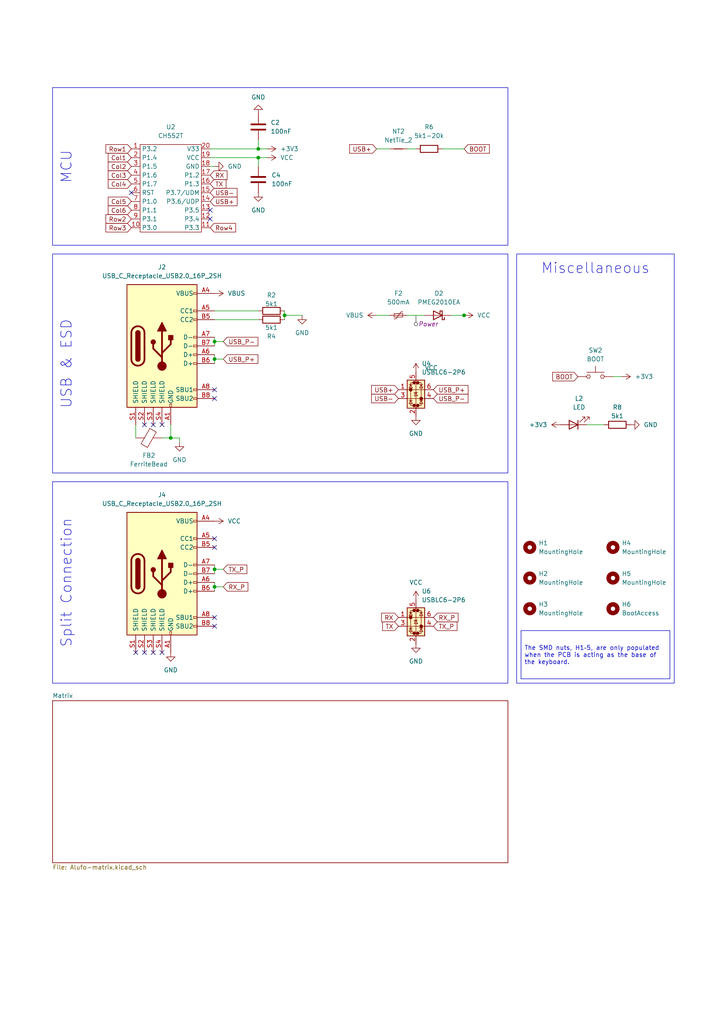
<source format=kicad_sch>
(kicad_sch (version 20231120) (generator "eeschema") (generator_version "8.0")
  (paper "A4" portrait)
  (title_block (title "Alufo ") (rev "0.1") (company "bgkendall") (comment 1 "Split one-layer reversible keyboard PCB (righthand side)"))
  (lib_symbols
    (symbol "Device:C" (pin_numbers hide) (pin_names (offset 0.254))
      (property "Reference" "C" (at 0.635 2.54 0))
      (property "Value" "C" (at 0.635 -2.54 0))
      (symbol "C_0_1"
        (polyline (pts (xy -2.032 -0.762) (xy 2.032 -0.762)) (stroke (width 0.508)))
        (polyline (pts (xy -2.032 0.762) (xy 2.032 0.762)) (stroke (width 0.508)))
      )
      (symbol "C_1_1"
        (pin passive line (at 0 3.81 270) (length 2.794) (name "~") (number "1"))
        (pin passive line (at 0 -3.81 90) (length 2.794) (name "~") (number "2"))
      )
    )
    (symbol "Device:D_Schottky" (pin_numbers hide) (pin_names (offset 1.016) hide)
      (property "Reference" "D" (at 0 2.54 0))
      (property "Value" "D_Schottky" (at 0 -2.54 0))
      (symbol "D_Schottky_0_1"
        (polyline (pts (xy 1.27 0) (xy -1.27 0)))
        (polyline (pts (xy 1.27 1.27) (xy 1.27 -1.27) (xy -1.27 0) (xy 1.27 1.27)) (stroke (width 0.254)))
        (polyline (pts (xy -1.905 0.635) (xy -1.905 1.27) (xy -1.27 1.27) (xy -1.27 -1.27) (xy -0.635 -1.27) (xy -0.635 -0.635)) (stroke (width 0.254)))
      )
      (symbol "D_Schottky_1_1"
        (pin passive line (at -3.81 0 0) (length 2.54) (name "K") (number "1"))
        (pin passive line (at 3.81 0 180) (length 2.54) (name "A") (number "2"))
      )
    )
    (symbol "Device:FerriteBead" (pin_numbers hide) (pin_names (offset 0))
      (property "Reference" "FB" (at -3.81 0.635 90))
      (property "Value" "FerriteBead" (at 3.81 0 90))
      (symbol "FerriteBead_0_1"
        (polyline (pts (xy 0 -1.27) (xy 0 -1.2192)))
        (polyline (pts (xy 0 1.27) (xy 0 1.2954)))
        (polyline (pts (xy -2.7686 0.4064) (xy -1.7018 2.2606) (xy 2.7686 -0.3048) (xy 1.6764 -2.159) (xy -2.7686 0.4064)))
      )
      (symbol "FerriteBead_1_1"
        (pin passive line (at 0 3.81 270) (length 2.54) (name "~") (number "1"))
        (pin passive line (at 0 -3.81 90) (length 2.54) (name "~") (number "2"))
      )
    )
    (symbol "Device:LED" (pin_numbers hide) (pin_names (offset 1.016) hide)
      (property "Reference" "D" (at 0 2.54 0))
      (property "Value" "LED" (at 0 -2.54 0))
      (symbol "LED_0_1"
        (polyline (pts (xy -1.27 -1.27) (xy -1.27 1.27)) (stroke (width 0.254)))
        (polyline (pts (xy -1.27 0) (xy 1.27 0)))
        (polyline (pts (xy 1.27 -1.27) (xy 1.27 1.27) (xy -1.27 0) (xy 1.27 -1.27)) (stroke (width 0.254)))
        (polyline (pts (xy -3.048 -0.762) (xy -4.572 -2.286) (xy -3.81 -2.286) (xy -4.572 -2.286) (xy -4.572 -1.524)))
        (polyline (pts (xy -1.778 -0.762) (xy -3.302 -2.286) (xy -2.54 -2.286) (xy -3.302 -2.286) (xy -3.302 -1.524)))
      )
      (symbol "LED_1_1"
        (pin passive line (at -3.81 0 0) (length 2.54) (name "K") (number "1"))
        (pin passive line (at 3.81 0 180) (length 2.54) (name "A") (number "2"))
      )
    )
    (symbol "Device:NetTie_2" (pin_numbers hide) (pin_names (offset 0) hide) (in_bom no)
      (property "Reference" "NT" (at 0 1.27 0))
      (property "Value" "NetTie_2" (at 0 -1.27 0))
      (symbol "NetTie_2_0_1"
        (polyline (pts (xy -1.27 0) (xy 1.27 0)) (stroke (width 0.254)))
      )
      (symbol "NetTie_2_1_1"
        (pin passive line (at -2.54 0 0) (length 2.54) (name "1") (number "1"))
        (pin passive line (at 2.54 0 180) (length 2.54) (name "2") (number "2"))
      )
    )
    (symbol "Device:Polyfuse_Small" (pin_numbers hide) (pin_names (offset 0))
      (property "Reference" "F" (at -1.905 0 90))
      (property "Value" "Polyfuse_Small" (at 1.905 0 90))
      (symbol "Polyfuse_Small_0_1"
        (rectangle (start -0.508 1.27) (end 0.508 -1.27))
        (polyline (pts (xy 0 2.54) (xy 0 -2.54)))
        (polyline (pts (xy -1.016 1.27) (xy -1.016 0.762) (xy 1.016 -0.762) (xy 1.016 -1.27)))
      )
      (symbol "Polyfuse_Small_1_1"
        (pin passive line (at 0 2.54 270) (length 0.635) (name "~") (number "1"))
        (pin passive line (at 0 -2.54 90) (length 0.635) (name "~") (number "2"))
      )
    )
    (symbol "Device:R" (pin_numbers hide) (pin_names (offset 0))
      (property "Reference" "R" (at 2.032 0 90))
      (property "Value" "R" (at 0 0 90))
      (symbol "R_0_1"
        (rectangle (start -1.016 -2.54) (end 1.016 2.54) (stroke (width 0.254)))
      )
      (symbol "R_1_1"
        (pin passive line (at 0 3.81 270) (length 1.27) (name "~") (number "1"))
        (pin passive line (at 0 -3.81 90) (length 1.27) (name "~") (number "2"))
      )
    )
    (symbol "Mechanical:MountingHole" (pin_names (offset 1.016)) (exclude_from_sim yes) (in_bom no)
      (property "Reference" "H" (at 0 5.08 0))
      (property "Value" "MountingHole" (at 0 3.175 0))
      (symbol "MountingHole_0_1"
        (circle (center 0 0) (radius 1.27) (stroke (width 1.27)))
      )
    )
    (symbol "Power_Protection:USBLC6-2P6" (pin_names hide)
      (property "Reference" "U" (at 0.635 5.715 0))
      (property "Value" "USBLC6-2P6" (at 0.635 3.81 0))
      (symbol "USBLC6-2P6_0_0"
        (circle (center -1.524 0) (radius 0.0001) (stroke (width 0.508)))
        (circle (center -0.508 -4.572) (radius 0.0001) (stroke (width 0.508)))
        (circle (center -0.508 2.032) (radius 0.0001) (stroke (width 0.508)))
        (circle (center 0.508 -4.572) (radius 0.0001) (stroke (width 0.508)))
        (circle (center 0.508 2.032) (radius 0.0001) (stroke (width 0.508)))
        (circle (center 1.524 -2.54) (radius 0.0001) (stroke (width 0.508)))
      )
      (symbol "USBLC6-2P6_0_1"
        (polyline (pts (xy -2.54 -2.54) (xy 2.54 -2.54)))
        (polyline (pts (xy -2.54 0) (xy 2.54 0)))
        (polyline (pts (xy -2.032 -3.048) (xy -1.016 -3.048)))
        (polyline (pts (xy -1.016 1.524) (xy -2.032 1.524)))
        (polyline (pts (xy 1.016 -3.048) (xy 2.032 -3.048)))
        (polyline (pts (xy 1.016 1.524) (xy 2.032 1.524)))
        (polyline (pts (xy -0.508 -1.143) (xy -0.508 -0.762) (xy 0.508 -0.762)))
        (polyline (pts (xy -2.032 0.508) (xy -1.016 0.508) (xy -1.524 1.524) (xy -2.032 0.508)))
        (polyline (pts (xy -1.016 -4.064) (xy -2.032 -4.064) (xy -1.524 -3.048) (xy -1.016 -4.064)))
        (polyline (pts (xy 0.508 -1.778) (xy -0.508 -1.778) (xy 0 -0.762) (xy 0.508 -1.778)))
        (polyline (pts (xy 2.032 -4.064) (xy 1.016 -4.064) (xy 1.524 -3.048) (xy 2.032 -4.064)))
        (polyline (pts (xy 2.032 0.508) (xy 1.016 0.508) (xy 1.524 1.524) (xy 2.032 0.508)))
        (polyline (pts (xy 0 2.54) (xy -0.508 2.032) (xy 0.508 2.032) (xy 0 1.524) (xy 0 -4.064) (xy -0.508 -4.572) (xy 0.508 -4.572) (xy 0 -5.08)))
      )
      (symbol "USBLC6-2P6_1_1"
        (rectangle (start -2.54 2.794) (end 2.54 -5.334) (stroke (width 0.254)) (fill (type background)))
        (polyline (pts (xy -0.508 2.032) (xy -1.524 2.032) (xy -1.524 -4.572) (xy -0.508 -4.572)))
        (polyline (pts (xy 0.508 -4.572) (xy 1.524 -4.572) (xy 1.524 2.032) (xy 0.508 2.032)))
        (pin passive line (at -5.08 0 0) (length 2.54) (name "I/O1") (number "1"))
        (pin passive line (at 0 -7.62 90) (length 2.54) (name "GND") (number "2"))
        (pin passive line (at -5.08 -2.54 0) (length 2.54) (name "I/O2") (number "3"))
        (pin passive line (at 5.08 -2.54 180) (length 2.54) (name "I/O2") (number "4"))
        (pin passive line (at 0 5.08 270) (length 2.54) (name "VBUS") (number "5"))
        (pin passive line (at 5.08 0 180) (length 2.54) (name "I/O1") (number "6"))
      )
    )
    (symbol "Project Library:MCU_CH552T_TSSOP-20"
      (property "Reference" "U1" (at 0.254 13.97 0))
      (property "Value" "CH552T" (at 0.254 11.43 0))
      (symbol "MCU_CH552T_TSSOP-20_0_1"
        (rectangle (start -8.89 10.16) (end 8.89 -15.24))
      )
      (symbol "MCU_CH552T_TSSOP-20_1_1"
        (pin input line (at -11.43 8.89 0) (length 2.54) (name "P3.2") (number "1"))
        (pin input line (at -11.43 -13.97 0) (length 2.54) (name "P3.0") (number "10"))
        (pin input line (at 11.43 -13.97 180) (length 2.54) (name "P3.3") (number "11"))
        (pin input line (at 11.43 -11.43 180) (length 2.54) (name "P3.4") (number "12"))
        (pin input line (at 11.43 -8.89 180) (length 2.54) (name "P3.5") (number "13"))
        (pin input line (at 11.43 -6.35 180) (length 2.54) (name "P3.6/UDP") (number "14"))
        (pin input line (at 11.43 -3.81 180) (length 2.54) (name "P3.7/UDM") (number "15"))
        (pin input line (at 11.43 -1.27 180) (length 2.54) (name "P1.3") (number "16"))
        (pin input line (at 11.43 1.27 180) (length 2.54) (name "P1.2") (number "17"))
        (pin input line (at 11.43 3.81 180) (length 2.54) (name "GND") (number "18"))
        (pin input line (at 11.43 6.35 180) (length 2.54) (name "VCC") (number "19"))
        (pin input line (at -11.43 6.35 0) (length 2.54) (name "P1.4") (number "2"))
        (pin input line (at 11.43 8.89 180) (length 2.54) (name "V33") (number "20"))
        (pin input line (at -11.43 3.81 0) (length 2.54) (name "P1.5") (number "3"))
        (pin input line (at -11.43 1.27 0) (length 2.54) (name "P1.6") (number "4"))
        (pin input line (at -11.43 -1.27 0) (length 2.54) (name "P1.7") (number "5"))
        (pin input line (at -11.43 -3.81 0) (length 2.54) (name "RST") (number "6"))
        (pin input line (at -11.43 -6.35 0) (length 2.54) (name "P1.0") (number "7"))
        (pin input line (at -11.43 -8.89 0) (length 2.54) (name "P1.1") (number "8"))
        (pin input line (at -11.43 -11.43 0) (length 2.54) (name "P3.1") (number "9"))
      )
    )
    (symbol "Project Library:USB_C_Receptacle_USB2.0_16P_2SH" (pin_names (offset 1.016))
      (property "Reference" "J" (at 0 22.225 0))
      (property "Value" "USB_C_Receptacle_USB2.0_16P_2SH" (at 0 19.685 0))
      (symbol "USB_C_Receptacle_USB2.0_16P_2SH_0_0"
        (rectangle (start 2.286 -17.78) (end 2.794 -16.764))
        (rectangle (start 10.16 -14.986) (end 9.144 -15.494))
        (rectangle (start 10.16 -12.446) (end 9.144 -12.954))
        (rectangle (start 10.16 -4.826) (end 9.144 -5.334))
        (rectangle (start 10.16 -2.286) (end 9.144 -2.794))
        (rectangle (start 10.16 0.254) (end 9.144 -0.254))
        (rectangle (start 10.16 2.794) (end 9.144 2.286))
        (rectangle (start 10.16 7.874) (end 9.144 7.366))
        (rectangle (start 10.16 10.414) (end 9.144 9.906))
        (rectangle (start 10.16 15.494) (end 9.144 14.986))
      )
      (symbol "USB_C_Receptacle_USB2.0_16P_2SH_0_1"
        (rectangle (start -10.16 17.78) (end 10.16 -17.78) (stroke (width 0.254)) (fill (type background)))
        (arc (start -8.89 -3.81) (mid -6.985 -5.7067) (end -5.08 -3.81) (stroke (width 0.508)))
        (arc (start -7.62 -3.81) (mid -6.985 -4.4423) (end -6.35 -3.81) (stroke (width 0.254)))
        (arc (start -7.62 -3.81) (mid -6.985 -4.4423) (end -6.35 -3.81) (stroke (width 0.254)) (fill (type outline)))
        (rectangle (start -7.62 -3.81) (end -6.35 3.81) (stroke (width 0.254)) (fill (type outline)))
        (arc (start -6.35 3.81) (mid -6.985 4.4423) (end -7.62 3.81) (stroke (width 0.254)))
        (arc (start -6.35 3.81) (mid -6.985 4.4423) (end -7.62 3.81) (stroke (width 0.254)) (fill (type outline)))
        (arc (start -5.08 3.81) (mid -6.985 5.7067) (end -8.89 3.81) (stroke (width 0.508)))
        (circle (center -2.54 1.143) (radius 0.635) (stroke (width 0.254)) (fill (type outline)))
        (circle (center 0 -5.842) (radius 1.27) (fill (type outline)))
        (polyline (pts (xy -8.89 -3.81) (xy -8.89 3.81)) (stroke (width 0.508)))
        (polyline (pts (xy -5.08 3.81) (xy -5.08 -3.81)) (stroke (width 0.508)))
        (polyline (pts (xy 0 -5.842) (xy 0 4.318)) (stroke (width 0.508)))
        (polyline (pts (xy 0 -3.302) (xy -2.54 -0.762) (xy -2.54 0.508)) (stroke (width 0.508)))
        (polyline (pts (xy 0 -2.032) (xy 2.54 0.508) (xy 2.54 1.778)) (stroke (width 0.508)))
        (polyline (pts (xy -1.27 4.318) (xy 0 6.858) (xy 1.27 4.318) (xy -1.27 4.318)) (stroke (width 0.254)) (fill (type outline)))
        (rectangle (start 1.905 1.778) (end 3.175 3.048) (stroke (width 0.254)) (fill (type outline)))
      )
      (symbol "USB_C_Receptacle_USB2.0_16P_2SH_1_1"
        (pin passive line (at 2.54 -22.86 90) (length 5.08) (name "GND") (number "A1"))
        (pin passive line (at 2.54 -22.86 90) (length 5.08) hide (name "GND") (number "A12"))
        (pin passive line (at 15.24 15.24 180) (length 5.08) (name "VBUS") (number "A4"))
        (pin bidirectional line (at 15.24 10.16 180) (length 5.08) (name "CC1") (number "A5"))
        (pin bidirectional line (at 15.24 -2.54 180) (length 5.08) (name "D+") (number "A6"))
        (pin bidirectional line (at 15.24 2.54 180) (length 5.08) (name "D-") (number "A7"))
        (pin bidirectional line (at 15.24 -12.7 180) (length 5.08) (name "SBU1") (number "A8"))
        (pin passive line (at 15.24 15.24 180) (length 5.08) hide (name "VBUS") (number "A9"))
        (pin passive line (at 2.54 -22.86 90) (length 5.08) hide (name "GND") (number "B1"))
        (pin passive line (at 2.54 -22.86 90) (length 5.08) hide (name "GND") (number "B12"))
        (pin passive line (at 15.24 15.24 180) (length 5.08) hide (name "VBUS") (number "B4"))
        (pin bidirectional line (at 15.24 7.62 180) (length 5.08) (name "CC2") (number "B5"))
        (pin bidirectional line (at 15.24 -5.08 180) (length 5.08) (name "D+") (number "B6"))
        (pin bidirectional line (at 15.24 0 180) (length 5.08) (name "D-") (number "B7"))
        (pin bidirectional line (at 15.24 -15.24 180) (length 5.08) (name "SBU2") (number "B8"))
        (pin passive line (at 15.24 15.24 180) (length 5.08) hide (name "VBUS") (number "B9"))
        (pin passive line (at -7.62 -22.86 90) (length 5.08) (name "SHIELD") (number "S1"))
        (pin passive line (at -5.08 -22.86 90) (length 5.08) (name "SHIELD") (number "S2"))
        (pin passive line (at -2.54 -22.86 90) (length 5.08) (name "SHIELD") (number "S3"))
        (pin passive line (at 0 -22.86 90) (length 5.08) (name "SHIELD") (number "S4"))
      )
    )
    (symbol "Switch:SW_Push" (pin_numbers hide) (pin_names (offset 1.016) hide)
      (property "Reference" "SW" (at 1.27 2.54 0))
      (property "Value" "SW_Push" (at 0 -1.524 0))
      (symbol "SW_Push_0_1"
        (circle (center -2.032 0) (radius 0.508))
        (polyline (pts (xy 0 1.27) (xy 0 3.048)))
        (polyline (pts (xy 2.54 1.27) (xy -2.54 1.27)))
        (circle (center 2.032 0) (radius 0.508))
        (pin passive line (at -5.08 0 0) (length 2.54) (name "1") (number "1"))
        (pin passive line (at 5.08 0 180) (length 2.54) (name "2") (number "2"))
      )
    )
    (symbol "power:+3V3" (power) (pin_names (offset 0))
      (property "Value" "+3V3" (at 0 3.556 0))
      (symbol "+3V3_0_1"
        (polyline (pts (xy -0.762 1.27) (xy 0 2.54)))
        (polyline (pts (xy 0 0) (xy 0 2.54)))
        (polyline (pts (xy 0 2.54) (xy 0.762 1.27)))
      )
      (symbol "+3V3_1_1"
        (pin power_in line (at 0 0 90) (length 0) hide (name "+3V3") (number "1"))
      )
    )
    (symbol "power:GND" (power) (pin_numbers hide) (pin_names (offset 0) hide)
      (property "Value" "GND" (at 0 -3.81 0))
      (symbol "GND_0_1"
        (polyline (pts (xy 0 0) (xy 0 -1.27) (xy 1.27 -1.27) (xy 0 -2.54) (xy -1.27 -1.27) (xy 0 -1.27)))
      )
      (symbol "GND_1_1"
        (pin power_in line (at 0 0 270) (length 0) (name "~") (number "1"))
      )
    )
    (symbol "power:VBUS" (power) (pin_names (offset 0))
      (property "Value" "VBUS" (at 0 3.81 0))
      (symbol "VBUS_0_1"
        (polyline (pts (xy -0.762 1.27) (xy 0 2.54)))
        (polyline (pts (xy 0 0) (xy 0 2.54)))
        (polyline (pts (xy 0 2.54) (xy 0.762 1.27)))
      )
      (symbol "VBUS_1_1"
        (pin power_in line (at 0 0 90) (length 0) hide (name "VBUS") (number "1"))
      )
    )
    (symbol "power:VCC" (power) (pin_names (offset 0))
      (property "Value" "VCC" (at 0 3.81 0))
      (symbol "VCC_0_1"
        (polyline (pts (xy -0.762 1.27) (xy 0 2.54)))
        (polyline (pts (xy 0 0) (xy 0 2.54)))
        (polyline (pts (xy 0 2.54) (xy 0.762 1.27)))
      )
      (symbol "VCC_1_1"
        (pin power_in line (at 0 0 90) (length 0) hide (name "VCC") (number "1"))
      )
    )
  )
  (junction (at 49.53 127))
  (junction (at 62.23 170.18))
  (junction (at 134.62 91.44))
  (junction (at 74.93 45.72))
  (junction (at 62.23 104.14))
  (junction (at 74.93 43.18))
  (junction (at 82.55 91.44))
  (junction (at 62.23 165.1))
  (junction (at 62.23 99.06))
  (no_connect (at 60.96 60.96))
  (no_connect (at 44.45 189.23))
  (no_connect (at 39.37 189.23))
  (no_connect (at 46.99 123.19))
  (no_connect (at 41.91 189.23))
  (no_connect (at 62.23 181.61))
  (no_connect (at 62.23 158.75))
  (no_connect (at 38.1 55.88))
  (no_connect (at 46.99 189.23))
  (no_connect (at 60.96 63.5))
  (no_connect (at 62.23 156.21))
  (no_connect (at 41.91 123.19))
  (no_connect (at 62.23 115.57))
  (no_connect (at 62.23 179.07))
  (no_connect (at 62.23 113.03))
  (no_connect (at 44.45 123.19))
  (wire (pts (xy 74.93 45.72) (xy 77.47 45.72)))
  (wire (pts (xy 74.93 92.71) (xy 62.23 92.71)))
  (wire (pts (xy 62.23 170.18) (xy 62.23 171.45)))
  (wire (pts (xy 62.23 163.83) (xy 62.23 165.1)))
  (wire (pts (xy 64.77 170.18) (xy 62.23 170.18)))
  (wire (pts (xy 87.63 91.44) (xy 82.55 91.44)))
  (wire (pts (xy 52.07 127) (xy 49.53 127)))
  (wire (pts (xy 118.11 91.44) (xy 123.19 91.44)))
  (wire (pts (xy 180.34 109.22) (xy 177.8 109.22)))
  (wire (pts (xy 60.96 45.72) (xy 74.93 45.72)))
  (wire (pts (xy 39.37 127) (xy 39.37 123.19)))
  (wire (pts (xy 134.62 43.18) (xy 128.27 43.18)))
  (wire (pts (xy 82.55 91.44) (xy 82.55 92.71)))
  (wire (pts (xy 60.96 48.26) (xy 62.23 48.26)))
  (wire (pts (xy 74.93 43.18) (xy 77.47 43.18)))
  (wire (pts (xy 64.77 99.06) (xy 62.23 99.06)))
  (wire (pts (xy 49.53 127) (xy 46.99 127)))
  (wire (pts (xy 109.22 43.18) (xy 113.03 43.18)))
  (wire (pts (xy 62.23 168.91) (xy 62.23 170.18)))
  (wire (pts (xy 74.93 48.26) (xy 74.93 45.72)))
  (wire (pts (xy 74.93 40.64) (xy 74.93 43.18)))
  (wire (pts (xy 60.96 43.18) (xy 74.93 43.18)))
  (wire (pts (xy 170.18 123.19) (xy 175.26 123.19)))
  (wire (pts (xy 62.23 102.87) (xy 62.23 104.14)))
  (wire (pts (xy 74.93 90.17) (xy 62.23 90.17)))
  (wire (pts (xy 64.77 104.14) (xy 62.23 104.14)))
  (wire (pts (xy 130.81 91.44) (xy 134.62 91.44)))
  (wire (pts (xy 118.11 43.18) (xy 120.65 43.18)))
  (wire (pts (xy 62.23 104.14) (xy 62.23 105.41)))
  (wire (pts (xy 52.07 127) (xy 52.07 128.27)))
  (wire (pts (xy 62.23 99.06) (xy 62.23 100.33)))
  (wire (pts (xy 109.22 91.44) (xy 113.03 91.44)))
  (wire (pts (xy 62.23 97.79) (xy 62.23 99.06)))
  (wire (pts (xy 62.23 165.1) (xy 62.23 166.37)))
  (wire (pts (xy 49.53 123.19) (xy 49.53 127)))
  (wire (pts (xy 134.62 91.44) (xy 135.128 91.44)))
  (wire (pts (xy 82.55 90.17) (xy 82.55 91.44)))
  (wire (pts (xy 64.77 165.1) (xy 62.23 165.1)))
  (text_box "MCU" (at 15.24 25.4 90) (size 132.08 45.72) (effects (font (size 3 3)) (justify top)))
  (text_box "Miscellaneous" (at 149.86 73.66 0) (size 45.72 124.46) (effects (font (size 3 3)) (justify top)))
  (text_box "Split Connection" (at 15.24 139.7 90) (size 132.08 58.42) (effects (font (size 3 3)) (justify top)))
  (text_box "USB & ESD" (at 15.24 73.66 90) (size 132.08 63.5) (effects (font (size 3 3)) (justify top)))
  (text_box "The SMD nuts, H1–5, are only populated when the PCB is acting as the base of the keyboard." (at 151.13 182.88 0) (size 43.18 13.97) (effects (font (size 1.27 1.27)) (justify left)))
  (global_label "USB-" (shape input) (at 60.96 55.88 0) (property "Intersheetrefs" "${INTERSHEET_REFS}" (effects (hide yes))))
  (global_label "RX_P" (shape input) (at 125.73 179.07 0) (property "Intersheetrefs" "${INTERSHEET_REFS}" (effects (hide yes))))
  (global_label "BOOT" (shape input) (at 134.62 43.18 0) (property "Intersheetrefs" "${INTERSHEET_REFS}" (effects (hide yes))))
  (global_label "TX" (shape input) (at 60.96 53.34 0) (property "Intersheetrefs" "${INTERSHEET_REFS}" (effects (hide yes))))
  (global_label "RX" (shape input) (at 115.57 179.07 180) (property "Intersheetrefs" "${INTERSHEET_REFS}" (effects (hide yes))))
  (global_label "TX_P" (shape input) (at 125.73 181.61 0) (property "Intersheetrefs" "${INTERSHEET_REFS}" (effects (hide yes))))
  (global_label "USB_P-" (shape input) (at 64.77 99.06 0) (property "Intersheetrefs" "${INTERSHEET_REFS}" (effects (hide yes))))
  (global_label "Col3" (shape input) (at 38.1 50.8 180) (property "Intersheetrefs" "${INTERSHEET_REFS}" (effects (hide yes))))
  (global_label "USB_P-" (shape input) (at 125.73 115.57 0) (property "Intersheetrefs" "${INTERSHEET_REFS}" (effects (hide yes))))
  (global_label "USB_P+" (shape input) (at 125.73 113.03 0) (property "Intersheetrefs" "${INTERSHEET_REFS}" (effects (hide yes))))
  (global_label "USB+" (shape input) (at 60.96 58.42 0) (property "Intersheetrefs" "${INTERSHEET_REFS}" (effects (hide yes))))
  (global_label "Col4" (shape input) (at 38.1 53.34 180) (property "Intersheetrefs" "${INTERSHEET_REFS}" (effects (hide yes))))
  (global_label "Row4" (shape input) (at 60.96 66.04 0) (property "Intersheetrefs" "${INTERSHEET_REFS}" (effects (hide yes))))
  (global_label "Col6" (shape input) (at 38.1 60.96 180) (property "Intersheetrefs" "${INTERSHEET_REFS}" (effects (hide yes))))
  (global_label "USB+" (shape input) (at 109.22 43.18 180) (property "Intersheetrefs" "${INTERSHEET_REFS}" (effects (hide yes))))
  (global_label "USB_P+" (shape input) (at 64.77 104.14 0) (property "Intersheetrefs" "${INTERSHEET_REFS}" (effects (hide yes))))
  (global_label "Row2" (shape input) (at 38.1 63.5 180) (property "Intersheetrefs" "${INTERSHEET_REFS}" (effects (hide yes))))
  (global_label "Row3" (shape input) (at 38.1 66.04 180) (property "Intersheetrefs" "${INTERSHEET_REFS}" (effects (hide yes))))
  (global_label "USB+" (shape input) (at 115.57 113.03 180) (property "Intersheetrefs" "${INTERSHEET_REFS}" (effects (hide yes))))
  (global_label "Col2" (shape input) (at 38.1 48.26 180) (property "Intersheetrefs" "${INTERSHEET_REFS}" (effects (hide yes))))
  (global_label "RX_P" (shape input) (at 64.77 170.18 0) (property "Intersheetrefs" "${INTERSHEET_REFS}" (effects (hide yes))))
  (global_label "USB-" (shape input) (at 115.57 115.57 180) (property "Intersheetrefs" "${INTERSHEET_REFS}" (effects (hide yes))))
  (global_label "TX_P" (shape input) (at 64.77 165.1 0) (property "Intersheetrefs" "${INTERSHEET_REFS}" (effects (hide yes))))
  (global_label "BOOT" (shape input) (at 167.64 109.22 180) (property "Intersheetrefs" "${INTERSHEET_REFS}" (effects (hide yes))))
  (global_label "Row1" (shape input) (at 38.1 43.18 180) (property "Intersheetrefs" "${INTERSHEET_REFS}" (effects (hide yes))))
  (global_label "Col1" (shape input) (at 38.1 45.72 180) (property "Intersheetrefs" "${INTERSHEET_REFS}" (effects (hide yes))))
  (global_label "RX" (shape input) (at 60.96 50.8 0) (property "Intersheetrefs" "${INTERSHEET_REFS}" (effects (hide yes))))
  (global_label "TX" (shape input) (at 115.57 181.61 180) (property "Intersheetrefs" "${INTERSHEET_REFS}" (effects (hide yes))))
  (global_label "Col5" (shape input) (at 38.1 58.42 180) (property "Intersheetrefs" "${INTERSHEET_REFS}" (effects (hide yes))))
  (netclass_flag "" (length 2.54) (shape round) (at 120.65 91.44 180) (property "Netclass" "Power" (at 121.3485 93.98 0) (effects (font (italic yes)) (justify left))))
  (symbol (lib_id "Project Library:USB_C_Receptacle_USB2.0_16P_2SH") (at 46.99 100.33 0) (unit 1)
    (property "Reference" "J2" (at 46.99 77.47 0))
    (property "Value" "USB_C_Receptacle_USB2.0_16P_2SH" (at 46.99 80.01 0))
    (property "Footprint" "Project Library:USB_C_Receptacle_HRO_TYPE-C-31-M-12" (effects (hide yes)))
    (property "Datasheet" "https://www.usb.org/sites/default/files/documents/usb_type-c.zip" (effects (hide yes)))
    (property "Description" "USB 2.0-only 16P Type-C Receptacle connector" (effects (hide yes)))
  )
  (symbol (lib_id "Project Library:USB_C_Receptacle_USB2.0_16P_2SH") (at 46.99 166.37 0) (unit 1)
    (property "Reference" "J4" (at 46.99 143.51 0))
    (property "Value" "USB_C_Receptacle_USB2.0_16P_2SH" (at 46.99 146.05 0))
    (property "Footprint" "Project Library:USB_C_Receptacle_HRO_TYPE-C-31-M-12" (effects (hide yes)))
    (property "Datasheet" "https://www.usb.org/sites/default/files/documents/usb_type-c.zip" (effects (hide yes)))
    (property "Description" "USB 2.0-only 16P Type-C Receptacle connector" (effects (hide yes)))
  )
  (symbol (lib_id "Power_Protection:USBLC6-2P6") (at 120.65 179.07 0) (unit 1)
    (property "Reference" "U6" (at 122.3011 171.45 0) (effects (justify left)))
    (property "Value" "USBLC6-2P6" (at 122.3011 173.99 0) (effects (justify left)))
    (property "Footprint" "Project Library:SOT-666_Mod" (effects (hide yes)))
    (property "Datasheet" "https://www.st.com/resource/en/datasheet/usblc6-2.pdf" (effects (hide yes)))
    (property "Description" "Very low capacitance ESD protection diode, 2 data-line, SOT-666" (effects (hide yes)))
  )
  (symbol (lib_id "Mechanical:MountingHole") (at 153.67 167.64 0) (unit 1) (exclude_from_sim yes) (in_bom no)
    (property "Reference" "H2" (at 156.21 166.3699 0) (effects (justify left)))
    (property "Value" "MountingHole" (at 156.21 168.9099 0) (effects (justify left)))
    (property "Footprint" "Project Library:MountingHole_2.2mm_M2_SMD_Solder_Nut" (effects (hide yes)))
    (property "Description" "Mounting Hole without connection" (effects (hide yes)))
  )
  (symbol (lib_id "Mechanical:MountingHole") (at 153.67 158.75 0) (unit 1) (exclude_from_sim yes) (in_bom no)
    (property "Reference" "H1" (at 156.21 157.4799 0) (effects (justify left)))
    (property "Value" "MountingHole" (at 156.21 160.0199 0) (effects (justify left)))
    (property "Footprint" "Project Library:MountingHole_2.2mm_M2_SMD_Solder_Nut" (effects (hide yes)))
    (property "Description" "Mounting Hole without connection" (effects (hide yes)))
  )
  (symbol (lib_id "Mechanical:MountingHole") (at 153.67 176.53 0) (unit 1) (exclude_from_sim yes) (in_bom no)
    (property "Reference" "H3" (at 156.21 175.2599 0) (effects (justify left)))
    (property "Value" "MountingHole" (at 156.21 177.7999 0) (effects (justify left)))
    (property "Footprint" "Project Library:MountingHole_2.2mm_M2_SMD_Solder_Nut" (effects (hide yes)))
    (property "Description" "Mounting Hole without connection" (effects (hide yes)))
  )
  (symbol (lib_id "Device:LED") (at 166.37 123.19 180) (unit 1)
    (property "Reference" "L2" (at 167.9575 115.57 0))
    (property "Value" "LED" (at 167.9575 118.11 0))
    (property "Footprint" "Project Library:LED_0805_2012Metric_Mod" (effects (hide yes)))
    (property "Description" "Light emitting diode" (effects (hide yes)))
  )
  (symbol (lib_id "Device:C") (at 74.93 36.83 180) (unit 1)
    (property "Reference" "C2" (at 78.486 35.56 0) (effects (justify right)))
    (property "Value" "100nF" (at 78.486 38.1 0) (effects (justify right)))
    (property "Footprint" "Capacitor_SMD:C_0603_1608Metric" (effects (hide yes)))
    (property "LCSC" "C66501" (effects (hide yes)))
    (property "DigiKey" "1276-1005" (effects (hide yes)))
  )
  (symbol (lib_id "power:GND") (at 74.93 55.88 0) (unit 1)
    (property "Reference" "#PWR030" (effects (hide yes)))
    (property "Value" "GND" (at 74.93 60.96 0))
  )
  (symbol (lib_id "power:GND") (at 120.65 186.69 0) (unit 1)
    (property "Reference" "#PWR032" (effects (hide yes)))
    (property "Value" "GND" (at 120.65 191.77 0))
    (property "Description" "Power symbol creates a global label with name \"GND\" , ground" (effects (hide yes)))
  )
  (symbol (lib_id "power:VCC") (at 134.62 91.44 270) (unit 1)
    (property "Reference" "#PWR035" (effects (hide yes)))
    (property "Value" "VCC" (at 138.43 91.4399 90) (effects (justify left)))
  )
  (symbol (lib_id "power:GND") (at 74.93 33.02 180) (unit 1)
    (property "Reference" "#PWR026" (effects (hide yes)))
    (property "Value" "GND" (at 74.93 28.194 0))
  )
  (symbol (lib_id "Mechanical:MountingHole") (at 177.8 176.53 0) (unit 1) (exclude_from_sim yes) (in_bom no)
    (property "Reference" "H6" (at 180.34 175.2599 0) (effects (justify left)))
    (property "Value" "BootAccess" (at 180.34 177.7999 0) (effects (justify left)))
    (property "Footprint" "MountingHole:MountingHole_2.5mm" (effects (hide yes)))
    (property "Description" "Mounting Hole without connection" (effects (hide yes)))
  )
  (symbol (lib_id "power:GND") (at 49.53 189.23 0) (unit 1)
    (property "Reference" "#PWR033" (effects (hide yes)))
    (property "Value" "GND" (at 49.53 194.31 0))
    (property "Description" "Power symbol creates a global label with name \"GND\" , ground" (effects (hide yes)))
  )
  (symbol (lib_id "Device:FerriteBead") (at 43.18 127 90) (unit 1)
    (property "Reference" "FB2" (at 43.18 132.08 90))
    (property "Value" "FerriteBead" (at 43.18 134.62 90))
    (property "Footprint" "Inductor_SMD:L_0805_2012Metric" (effects (hide yes)))
    (property "Description" "Ferrite bead" (effects (hide yes)))
  )
  (symbol (lib_id "Device:C") (at 74.93 52.07 0) (unit 1)
    (property "Reference" "C4" (at 78.74 50.7999 0) (effects (justify left)))
    (property "Value" "100nF" (at 78.74 53.3399 0) (effects (justify left)))
    (property "Footprint" "Capacitor_SMD:C_0603_1608Metric" (effects (hide yes)))
    (property "LCSC" "C66501" (effects (hide yes)))
    (property "DigiKey" "1276-1005" (effects (hide yes)))
  )
  (symbol (lib_id "power:GND") (at 62.23 48.26 90) (unit 1)
    (property "Reference" "#PWR029" (effects (hide yes)))
    (property "Value" "GND" (at 66.04 48.2599 90) (effects (justify right)))
    (property "Description" "Power symbol creates a global label with name \"GND\" , ground" (effects (hide yes)))
  )
  (symbol (lib_id "Device:R") (at 78.74 90.17 90) (unit 1)
    (property "Reference" "R2" (at 78.74 85.598 90))
    (property "Value" "5k1" (at 78.74 88.138 90))
    (property "Footprint" "Resistor_SMD:R_0603_1608Metric" (effects (hide yes)))
    (property "LCSC" "C23186" (effects (hide yes)))
    (property "DigiKey" "311-5.10KHR" (effects (hide yes)))
  )
  (symbol (lib_id "power:VCC") (at 120.65 173.99 0) (unit 1)
    (property "Reference" "#PWR031" (effects (hide yes)))
    (property "Value" "VCC" (at 120.65 168.91 0))
  )
  (symbol (lib_id "power:+3V3") (at 180.34 109.22 270) (unit 1)
    (property "Reference" "#PWR010" (effects (hide yes)))
    (property "Value" "+3V3" (at 184.15 109.2199 90) (effects (justify left)))
  )
  (symbol (lib_id "Device:Polyfuse_Small") (at 115.57 91.44 90) (unit 1)
    (property "Reference" "F2" (at 115.57 85.09 90))
    (property "Value" "500mA" (at 115.57 87.63 90))
    (property "Footprint" "Fuse:Fuse_0603_1608Metric" (effects (hide yes)))
    (property "LCSC" "C210357" (effects (hide yes)))
    (property "DigiKey" "MF-FSMF050X" (effects (hide yes)))
  )
  (symbol (lib_id "power:VBUS") (at 62.23 85.09 270) (unit 1)
    (property "Reference" "#PWR023" (effects (hide yes)))
    (property "Value" "VBUS" (at 66.04 85.0899 90) (effects (justify left)))
  )
  (symbol (lib_id "power:VCC") (at 120.65 107.95 0) (unit 1)
    (property "Reference" "#PWR036" (effects (hide yes)))
    (property "Value" "VCC" (at 123.19 106.6799 0) (effects (justify left)))
  )
  (symbol (lib_id "power:VBUS") (at 109.22 91.44 90) (unit 1)
    (property "Reference" "#PWR034" (effects (hide yes)))
    (property "Value" "VBUS" (at 100.33 91.44 90) (effects (justify right)))
  )
  (symbol (lib_id "power:VCC") (at 162.56 123.19 90) (unit 1)
    (property "Reference" "#PWR020" (effects (hide yes)))
    (property "Value" "+3V3" (at 158.75 123.1899 90) (effects (justify left)))
  )
  (symbol (lib_id "power:VCC") (at 77.47 45.72 270) (unit 1)
    (property "Reference" "#PWR028" (effects (hide yes)))
    (property "Value" "VCC" (at 81.28 45.7199 90) (effects (justify left)))
  )
  (symbol (lib_id "Device:R") (at 78.74 92.71 90) (mirror x) (unit 1)
    (property "Reference" "R4" (at 78.74 97.536 90))
    (property "Value" "5k1" (at 78.74 94.996 90))
    (property "Footprint" "Resistor_SMD:R_0603_1608Metric" (effects (hide yes)))
    (property "LCSC" "C23186" (effects (hide yes)))
    (property "DigiKey" "311-5.10KHR" (effects (hide yes)))
  )
  (symbol (lib_id "Power_Protection:USBLC6-2P6") (at 120.65 113.03 0) (unit 1)
    (property "Reference" "U4" (at 122.3011 105.41 0) (effects (justify left)))
    (property "Value" "USBLC6-2P6" (at 122.3011 107.95 0) (effects (justify left)))
    (property "Footprint" "Project Library:SOT-666_Mod" (effects (hide yes)))
    (property "Datasheet" "https://www.st.com/resource/en/datasheet/usblc6-2.pdf" (effects (hide yes)))
    (property "Description" "Very low capacitance ESD protection diode, 2 data-line, SOT-666" (effects (hide yes)))
  )
  (symbol (lib_id "power:GND") (at 182.88 123.19 90) (unit 1)
    (property "Reference" "#PWR021" (effects (hide yes)))
    (property "Value" "GND" (at 186.69 123.1899 90) (effects (justify right)))
    (property "Description" "Power symbol creates a global label with name \"GND\" , ground" (effects (hide yes)))
  )
  (symbol (lib_id "power:VCC") (at 62.23 151.13 270) (unit 1)
    (property "Reference" "#PWR022" (effects (hide yes)))
    (property "Value" "VCC" (at 66.04 151.1299 90) (effects (justify left)))
  )
  (symbol (lib_id "power:GND") (at 52.07 128.27 0) (unit 1)
    (property "Reference" "#PWR025" (effects (hide yes)))
    (property "Value" "GND" (at 52.07 133.35 0))
    (property "Description" "Power symbol creates a global label with name \"GND\" , ground" (effects (hide yes)))
  )
  (symbol (lib_id "Mechanical:MountingHole") (at 177.8 158.75 0) (unit 1) (exclude_from_sim yes) (in_bom no)
    (property "Reference" "H4" (at 180.34 157.4799 0) (effects (justify left)))
    (property "Value" "MountingHole" (at 180.34 160.0199 0) (effects (justify left)))
    (property "Footprint" "Project Library:MountingHole_2.2mm_M2_SMD_Solder_Nut" (effects (hide yes)))
    (property "Description" "Mounting Hole without connection" (effects (hide yes)))
  )
  (symbol (lib_id "power:+3V3") (at 77.47 43.18 270) (unit 1)
    (property "Reference" "#PWR027" (effects (hide yes)))
    (property "Value" "+3V3" (at 81.28 43.18 90) (effects (justify left)))
  )
  (symbol (lib_id "power:GND") (at 87.63 91.44 0) (unit 1)
    (property "Reference" "#PWR024" (effects (hide yes)))
    (property "Value" "GND" (at 87.63 96.52 0))
    (property "Description" "Power symbol creates a global label with name \"GND\" , ground" (effects (hide yes)))
  )
  (symbol (lib_id "Project Library:MCU_CH552T_TSSOP-20") (at 49.53 52.07 0) (unit 1)
    (property "Reference" "U2" (at 49.53 36.83 0))
    (property "Value" "CH552T" (at 49.53 39.37 0))
    (property "Footprint" "Package_SO:TSSOP-20_4.4x6.5mm_P0.65mm" (effects (hide yes)))
    (property "Datasheet" "https://www.wch-ic.com/downloads/file/309.html" (effects (hide yes)))
    (property "LCSC" "C111367" (effects (hide yes)))
  )
  (symbol (lib_id "Device:R") (at 124.46 43.18 90) (unit 1)
    (property "Reference" "R6" (at 124.46 36.83 90))
    (property "Value" "5k1-20k" (at 124.46 39.37 90))
    (property "Footprint" "Resistor_SMD:R_0603_1608Metric" (effects (hide yes)))
    (property "LCSC" "C25804" (effects (hide yes)))
    (property "DigiKey" "311-10.0KHR" (effects (hide yes)))
  )
  (symbol (lib_id "Device:NetTie_2") (at 115.57 43.18 0) (unit 1) (in_bom no)
    (property "Reference" "NT2" (at 115.57 38.1 0))
    (property "Value" "NetTie_2" (at 115.57 40.64 0))
    (property "Footprint" "Project Library:NetTie-2_SMD_Pad0.2mm" (effects (hide yes)))
    (property "Description" "Net tie, 2 pins" (effects (hide yes)))
  )
  (symbol (lib_id "power:GND") (at 120.65 120.65 0) (unit 1)
    (property "Reference" "#PWR037" (effects (hide yes)))
    (property "Value" "GND" (at 120.65 125.73 0))
    (property "Description" "Power symbol creates a global label with name \"GND\" , ground" (effects (hide yes)))
  )
  (symbol (lib_id "Device:R") (at 179.07 123.19 90) (unit 1)
    (property "Reference" "R8" (at 179.07 118.11 90))
    (property "Value" "5k1" (at 179.07 120.65 90))
    (property "Footprint" "Resistor_SMD:R_0603_1608Metric" (effects (hide yes)))
    (property "Description" "Resistor" (effects (hide yes)))
  )
  (symbol (lib_id "Mechanical:MountingHole") (at 177.8 167.64 0) (unit 1) (exclude_from_sim yes) (in_bom no)
    (property "Reference" "H5" (at 180.34 166.3699 0) (effects (justify left)))
    (property "Value" "MountingHole" (at 180.34 168.9099 0) (effects (justify left)))
    (property "Footprint" "Project Library:MountingHole_2.2mm_M2_SMD_Solder_Nut" (effects (hide yes)))
    (property "Description" "Mounting Hole without connection" (effects (hide yes)))
  )
  (symbol (lib_id "Switch:SW_Push") (at 172.72 109.22 0) (unit 1)
    (property "Reference" "SW2" (at 172.72 101.6 0))
    (property "Value" "BOOT" (at 172.72 104.14 0))
    (property "Footprint" "Project Library:SW_SPST_SKQG_WithStem" (effects (hide yes)))
    (property "LCSC" "C115351" (effects (hide yes)))
    (property "DigiKey" "4809-SKQGABE010" (effects (hide yes)))
  )
  (symbol (lib_id "Device:D_Schottky") (at 127 91.44 180) (unit 1)
    (property "Reference" "D2" (at 127.3175 85.09 0))
    (property "Value" "PMEG2010EA" (at 127.3175 87.63 0))
    (property "Footprint" "Diode_SMD:D_SOD-323" (effects (hide yes)))
    (property "LCSC" "C2837790" (effects (hide yes)))
    (property "DigiKey" "1727-4326" (effects (hide yes)))
  )
  (sheet (at 15.24 203.2) (size 132.08 46.99) (stroke (width 0.1524))
    (property "Sheetname" "Matrix" (at 15.24 202.4884 0) (effects (justify left bottom)))
    (property "Sheetfile" "Alufo-matrix.kicad_sch" (at 15.24 250.7746 0) (effects (justify left top)))
  )
)
</source>
